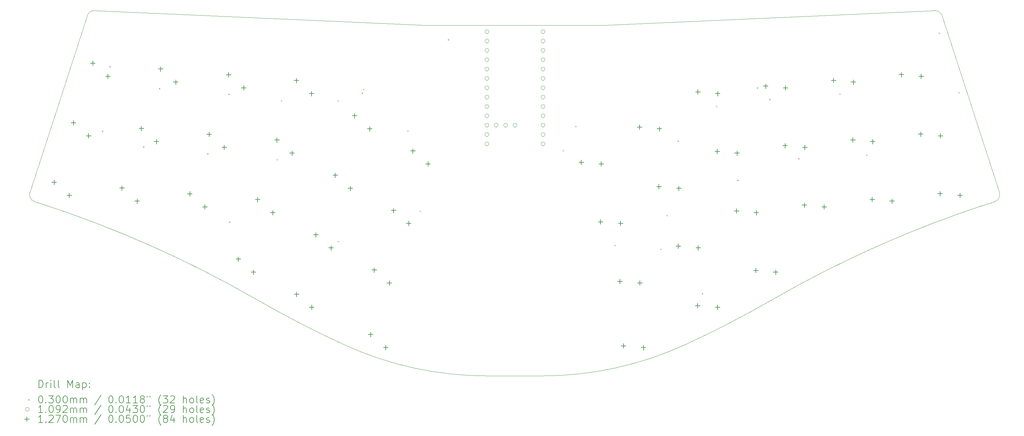
<source format=gbr>
%TF.GenerationSoftware,KiCad,Pcbnew,8.0.4*%
%TF.CreationDate,2024-08-25T16:08:26+07:00*%
%TF.ProjectId,ozprey,6f7a7072-6579-42e6-9b69-6361645f7063,1.0*%
%TF.SameCoordinates,Original*%
%TF.FileFunction,Drillmap*%
%TF.FilePolarity,Positive*%
%FSLAX45Y45*%
G04 Gerber Fmt 4.5, Leading zero omitted, Abs format (unit mm)*
G04 Created by KiCad (PCBNEW 8.0.4) date 2024-08-25 16:08:26*
%MOMM*%
%LPD*%
G01*
G04 APERTURE LIST*
%ADD10C,0.100000*%
%ADD11C,0.200000*%
%ADD12C,0.109220*%
%ADD13C,0.127000*%
G04 APERTURE END LIST*
D10*
X26237766Y-4884487D02*
X17268617Y-5282085D01*
X12412749Y-5282085D02*
X3444277Y-4884486D01*
X10196537Y-13955196D02*
G75*
G02*
X7834057Y-12733072I12267321J26608389D01*
G01*
X3237099Y-5021967D02*
X1677485Y-9822338D01*
X3237099Y-5021967D02*
G75*
G02*
X3444277Y-4884486I190208J-61791D01*
G01*
X21847986Y-12733071D02*
G75*
G02*
X19485507Y-13955195I-14629879J25386414D01*
G01*
X1805896Y-10074350D02*
X1991803Y-10134752D01*
X28004558Y-9822339D02*
X26444944Y-5021967D01*
X1991803Y-10134752D02*
G75*
G02*
X7834057Y-12733071I-9486547J-29197495D01*
G01*
X21847986Y-12733071D02*
G75*
G02*
X27690240Y-10134752I15328831J-26599236D01*
G01*
X14090252Y-14809547D02*
G75*
G02*
X10196537Y-13955196I-5J9299980D01*
G01*
X19485507Y-13955195D02*
G75*
G02*
X15591791Y-14809547I-3893710J8445618D01*
G01*
X12412749Y-5282085D02*
X17268617Y-5282085D01*
X26237766Y-4884487D02*
G75*
G02*
X26444941Y-5021968I16961J-199281D01*
G01*
X27690240Y-10134752D02*
X27876147Y-10074349D01*
X1805896Y-10074350D02*
G75*
G02*
X1677490Y-9822340I61811J190212D01*
G01*
X14090252Y-14809547D02*
X15591791Y-14809547D01*
X28004558Y-9822339D02*
G75*
G02*
X27876147Y-10074348I-190211J-61798D01*
G01*
D11*
D10*
X3635104Y-8144970D02*
X3665104Y-8174970D01*
X3665104Y-8144970D02*
X3635104Y-8174970D01*
X3835104Y-6394970D02*
X3865104Y-6424970D01*
X3865104Y-6394970D02*
X3835104Y-6424970D01*
X4752007Y-8571677D02*
X4782007Y-8601677D01*
X4782007Y-8571677D02*
X4752007Y-8601677D01*
X5182697Y-6987067D02*
X5212697Y-7017067D01*
X5212697Y-6987067D02*
X5182697Y-7017067D01*
X6493257Y-8760637D02*
X6523257Y-8790637D01*
X6523257Y-8760637D02*
X6493257Y-8790637D01*
X7066917Y-7144287D02*
X7096917Y-7174287D01*
X7096917Y-7144287D02*
X7066917Y-7174287D01*
X7085104Y-10615550D02*
X7115104Y-10645550D01*
X7115104Y-10615550D02*
X7085104Y-10645550D01*
X8378597Y-8917437D02*
X8408597Y-8947437D01*
X8408597Y-8917437D02*
X8378597Y-8947437D01*
X8491857Y-7320197D02*
X8521857Y-7350197D01*
X8521857Y-7320197D02*
X8491857Y-7350197D01*
X10033487Y-11141327D02*
X10063487Y-11171327D01*
X10063487Y-11141327D02*
X10033487Y-11171327D01*
X10035104Y-7320197D02*
X10065104Y-7350197D01*
X10065104Y-7320197D02*
X10035104Y-7350197D01*
X10686687Y-7115317D02*
X10716687Y-7145317D01*
X10716687Y-7115317D02*
X10686687Y-7145317D01*
X10724497Y-7005577D02*
X10754497Y-7035577D01*
X10754497Y-7005577D02*
X10724497Y-7035577D01*
X11924437Y-8137687D02*
X11954437Y-8167687D01*
X11954437Y-8137687D02*
X11924437Y-8167687D01*
X12259619Y-10319485D02*
X12289619Y-10349485D01*
X12289619Y-10319485D02*
X12259619Y-10349485D01*
X13027613Y-5662298D02*
X13057613Y-5692298D01*
X13057613Y-5662298D02*
X13027613Y-5692298D01*
X16145104Y-8673359D02*
X16175104Y-8703359D01*
X16175104Y-8673359D02*
X16145104Y-8703359D01*
X16485104Y-8014641D02*
X16515104Y-8044641D01*
X16515104Y-8014641D02*
X16485104Y-8044641D01*
X17550027Y-11243607D02*
X17580027Y-11273607D01*
X17580027Y-11243607D02*
X17550027Y-11273607D01*
X18797117Y-11352417D02*
X18827117Y-11382417D01*
X18827117Y-11352417D02*
X18797117Y-11382417D01*
X18961777Y-10431427D02*
X18991777Y-10461427D01*
X18991777Y-10431427D02*
X18961777Y-10461427D01*
X19262307Y-8419307D02*
X19292307Y-8449307D01*
X19292307Y-8419307D02*
X19262307Y-8449307D01*
X19922368Y-12557707D02*
X19952368Y-12587707D01*
X19952368Y-12557707D02*
X19922368Y-12587707D01*
X20309814Y-7469680D02*
X20339814Y-7499680D01*
X20339814Y-7469680D02*
X20309814Y-7499680D01*
X20885517Y-9478587D02*
X20915517Y-9508587D01*
X20915517Y-9478587D02*
X20885517Y-9508587D01*
X21412657Y-6969417D02*
X21442657Y-6999417D01*
X21442657Y-6969417D02*
X21412657Y-6999417D01*
X21753357Y-7281417D02*
X21783357Y-7311417D01*
X21783357Y-7281417D02*
X21753357Y-7311417D01*
X22539177Y-8893687D02*
X22569177Y-8923687D01*
X22569177Y-8893687D02*
X22539177Y-8923687D01*
X23657007Y-7134970D02*
X23687007Y-7164970D01*
X23687007Y-7134970D02*
X23657007Y-7164970D01*
X24385104Y-8794970D02*
X24415104Y-8824970D01*
X24415104Y-8794970D02*
X24385104Y-8824970D01*
X26355115Y-5480619D02*
X26385115Y-5510619D01*
X26385115Y-5480619D02*
X26355115Y-5510619D01*
X26885104Y-7094970D02*
X26915104Y-7124970D01*
X26915104Y-7094970D02*
X26885104Y-7124970D01*
D12*
X14142717Y-5458967D02*
G75*
G02*
X14033497Y-5458967I-54610J0D01*
G01*
X14033497Y-5458967D02*
G75*
G02*
X14142717Y-5458967I54610J0D01*
G01*
X14142717Y-5712967D02*
G75*
G02*
X14033497Y-5712967I-54610J0D01*
G01*
X14033497Y-5712967D02*
G75*
G02*
X14142717Y-5712967I54610J0D01*
G01*
X14142717Y-5966967D02*
G75*
G02*
X14033497Y-5966967I-54610J0D01*
G01*
X14033497Y-5966967D02*
G75*
G02*
X14142717Y-5966967I54610J0D01*
G01*
X14142717Y-6220967D02*
G75*
G02*
X14033497Y-6220967I-54610J0D01*
G01*
X14033497Y-6220967D02*
G75*
G02*
X14142717Y-6220967I54610J0D01*
G01*
X14142717Y-6474967D02*
G75*
G02*
X14033497Y-6474967I-54610J0D01*
G01*
X14033497Y-6474967D02*
G75*
G02*
X14142717Y-6474967I54610J0D01*
G01*
X14142717Y-6728967D02*
G75*
G02*
X14033497Y-6728967I-54610J0D01*
G01*
X14033497Y-6728967D02*
G75*
G02*
X14142717Y-6728967I54610J0D01*
G01*
X14142717Y-6982967D02*
G75*
G02*
X14033497Y-6982967I-54610J0D01*
G01*
X14033497Y-6982967D02*
G75*
G02*
X14142717Y-6982967I54610J0D01*
G01*
X14142717Y-7236967D02*
G75*
G02*
X14033497Y-7236967I-54610J0D01*
G01*
X14033497Y-7236967D02*
G75*
G02*
X14142717Y-7236967I54610J0D01*
G01*
X14142717Y-7490967D02*
G75*
G02*
X14033497Y-7490967I-54610J0D01*
G01*
X14033497Y-7490967D02*
G75*
G02*
X14142717Y-7490967I54610J0D01*
G01*
X14142717Y-7744967D02*
G75*
G02*
X14033497Y-7744967I-54610J0D01*
G01*
X14033497Y-7744967D02*
G75*
G02*
X14142717Y-7744967I54610J0D01*
G01*
X14142717Y-7998967D02*
G75*
G02*
X14033497Y-7998967I-54610J0D01*
G01*
X14033497Y-7998967D02*
G75*
G02*
X14142717Y-7998967I54610J0D01*
G01*
X14142717Y-8252967D02*
G75*
G02*
X14033497Y-8252967I-54610J0D01*
G01*
X14033497Y-8252967D02*
G75*
G02*
X14142717Y-8252967I54610J0D01*
G01*
X14142717Y-8506967D02*
G75*
G02*
X14033497Y-8506967I-54610J0D01*
G01*
X14033497Y-8506967D02*
G75*
G02*
X14142717Y-8506967I54610J0D01*
G01*
X14396717Y-7998967D02*
G75*
G02*
X14287497Y-7998967I-54610J0D01*
G01*
X14287497Y-7998967D02*
G75*
G02*
X14396717Y-7998967I54610J0D01*
G01*
X14650717Y-7998967D02*
G75*
G02*
X14541497Y-7998967I-54610J0D01*
G01*
X14541497Y-7998967D02*
G75*
G02*
X14650717Y-7998967I54610J0D01*
G01*
X14904717Y-7998967D02*
G75*
G02*
X14795497Y-7998967I-54610J0D01*
G01*
X14795497Y-7998967D02*
G75*
G02*
X14904717Y-7998967I54610J0D01*
G01*
X15666717Y-5458967D02*
G75*
G02*
X15557497Y-5458967I-54610J0D01*
G01*
X15557497Y-5458967D02*
G75*
G02*
X15666717Y-5458967I54610J0D01*
G01*
X15666717Y-5712967D02*
G75*
G02*
X15557497Y-5712967I-54610J0D01*
G01*
X15557497Y-5712967D02*
G75*
G02*
X15666717Y-5712967I54610J0D01*
G01*
X15666717Y-5966967D02*
G75*
G02*
X15557497Y-5966967I-54610J0D01*
G01*
X15557497Y-5966967D02*
G75*
G02*
X15666717Y-5966967I54610J0D01*
G01*
X15666717Y-6220967D02*
G75*
G02*
X15557497Y-6220967I-54610J0D01*
G01*
X15557497Y-6220967D02*
G75*
G02*
X15666717Y-6220967I54610J0D01*
G01*
X15666717Y-6474967D02*
G75*
G02*
X15557497Y-6474967I-54610J0D01*
G01*
X15557497Y-6474967D02*
G75*
G02*
X15666717Y-6474967I54610J0D01*
G01*
X15666717Y-6728967D02*
G75*
G02*
X15557497Y-6728967I-54610J0D01*
G01*
X15557497Y-6728967D02*
G75*
G02*
X15666717Y-6728967I54610J0D01*
G01*
X15666717Y-6982967D02*
G75*
G02*
X15557497Y-6982967I-54610J0D01*
G01*
X15557497Y-6982967D02*
G75*
G02*
X15666717Y-6982967I54610J0D01*
G01*
X15666717Y-7236967D02*
G75*
G02*
X15557497Y-7236967I-54610J0D01*
G01*
X15557497Y-7236967D02*
G75*
G02*
X15666717Y-7236967I54610J0D01*
G01*
X15666717Y-7490967D02*
G75*
G02*
X15557497Y-7490967I-54610J0D01*
G01*
X15557497Y-7490967D02*
G75*
G02*
X15666717Y-7490967I54610J0D01*
G01*
X15666717Y-7744967D02*
G75*
G02*
X15557497Y-7744967I-54610J0D01*
G01*
X15557497Y-7744967D02*
G75*
G02*
X15666717Y-7744967I54610J0D01*
G01*
X15666717Y-7998967D02*
G75*
G02*
X15557497Y-7998967I-54610J0D01*
G01*
X15557497Y-7998967D02*
G75*
G02*
X15666717Y-7998967I54610J0D01*
G01*
X15666717Y-8252967D02*
G75*
G02*
X15557497Y-8252967I-54610J0D01*
G01*
X15557497Y-8252967D02*
G75*
G02*
X15666717Y-8252967I54610J0D01*
G01*
X15666717Y-8506967D02*
G75*
G02*
X15557497Y-8506967I-54610J0D01*
G01*
X15557497Y-8506967D02*
G75*
G02*
X15666717Y-8506967I54610J0D01*
G01*
D13*
X2339433Y-9484970D02*
X2339433Y-9611970D01*
X2275933Y-9548470D02*
X2402933Y-9548470D01*
X2750067Y-9839200D02*
X2750067Y-9966200D01*
X2686567Y-9902700D02*
X2813567Y-9902700D01*
X2864763Y-7868170D02*
X2864763Y-7995170D01*
X2801263Y-7931670D02*
X2928263Y-7931670D01*
X3275397Y-8222400D02*
X3275397Y-8349400D01*
X3211897Y-8285900D02*
X3338897Y-8285900D01*
X3390093Y-6251370D02*
X3390093Y-6378370D01*
X3326593Y-6314870D02*
X3453593Y-6314870D01*
X3800727Y-6605600D02*
X3800727Y-6732600D01*
X3737227Y-6669100D02*
X3864227Y-6669100D01*
X4181123Y-9641750D02*
X4181123Y-9768750D01*
X4117623Y-9705250D02*
X4244623Y-9705250D01*
X4591757Y-9995980D02*
X4591757Y-10122980D01*
X4528257Y-10059480D02*
X4655257Y-10059480D01*
X4706453Y-8024960D02*
X4706453Y-8151960D01*
X4642953Y-8088460D02*
X4769953Y-8088460D01*
X5117087Y-8379190D02*
X5117087Y-8506190D01*
X5053587Y-8442690D02*
X5180587Y-8442690D01*
X5231783Y-6408160D02*
X5231783Y-6535160D01*
X5168283Y-6471660D02*
X5295283Y-6471660D01*
X5642417Y-6762390D02*
X5642417Y-6889390D01*
X5578917Y-6825890D02*
X5705917Y-6825890D01*
X6022813Y-9798540D02*
X6022813Y-9925540D01*
X5959313Y-9862040D02*
X6086313Y-9862040D01*
X6433447Y-10152770D02*
X6433447Y-10279770D01*
X6369947Y-10216270D02*
X6496947Y-10216270D01*
X6548143Y-8181740D02*
X6548143Y-8308740D01*
X6484643Y-8245240D02*
X6611643Y-8245240D01*
X6958777Y-8535970D02*
X6958777Y-8662970D01*
X6895277Y-8599470D02*
X7022277Y-8599470D01*
X7073473Y-6564950D02*
X7073473Y-6691950D01*
X7009973Y-6628450D02*
X7136973Y-6628450D01*
X7339173Y-11572120D02*
X7339173Y-11699120D01*
X7275673Y-11635620D02*
X7402673Y-11635620D01*
X7484107Y-6919180D02*
X7484107Y-7046180D01*
X7420607Y-6982680D02*
X7547607Y-6982680D01*
X7749807Y-11926350D02*
X7749807Y-12053350D01*
X7686307Y-11989850D02*
X7813307Y-11989850D01*
X7864503Y-9955330D02*
X7864503Y-10082330D01*
X7801003Y-10018830D02*
X7928003Y-10018830D01*
X8275137Y-10309560D02*
X8275137Y-10436560D01*
X8211637Y-10373060D02*
X8338637Y-10373060D01*
X8389833Y-8338530D02*
X8389833Y-8465530D01*
X8326333Y-8402030D02*
X8453333Y-8402030D01*
X8800467Y-8692760D02*
X8800467Y-8819760D01*
X8736967Y-8756260D02*
X8863967Y-8756260D01*
X8915163Y-6721740D02*
X8915163Y-6848740D01*
X8851663Y-6785240D02*
X8978663Y-6785240D01*
X8921293Y-12527800D02*
X8921293Y-12654800D01*
X8857793Y-12591300D02*
X8984793Y-12591300D01*
X9325797Y-7075970D02*
X9325797Y-7202970D01*
X9262297Y-7139470D02*
X9389297Y-7139470D01*
X9331927Y-12882030D02*
X9331927Y-13009030D01*
X9268427Y-12945530D02*
X9395427Y-12945530D01*
X9446613Y-10911000D02*
X9446613Y-11038000D01*
X9383113Y-10974500D02*
X9510113Y-10974500D01*
X9857247Y-11265230D02*
X9857247Y-11392230D01*
X9793747Y-11328730D02*
X9920747Y-11328730D01*
X9971943Y-9294210D02*
X9971943Y-9421210D01*
X9908443Y-9357710D02*
X10035443Y-9357710D01*
X10382577Y-9648440D02*
X10382577Y-9775440D01*
X10319077Y-9711940D02*
X10446077Y-9711940D01*
X10497273Y-7677410D02*
X10497273Y-7804410D01*
X10433773Y-7740910D02*
X10560773Y-7740910D01*
X10907907Y-8031640D02*
X10907907Y-8158640D01*
X10844407Y-8095140D02*
X10971407Y-8095140D01*
X10931383Y-13622530D02*
X10931383Y-13749530D01*
X10867883Y-13686030D02*
X10994883Y-13686030D01*
X11028733Y-11866680D02*
X11028733Y-11993680D01*
X10965233Y-11930180D02*
X11092233Y-11930180D01*
X11342017Y-13976760D02*
X11342017Y-14103760D01*
X11278517Y-14040260D02*
X11405517Y-14040260D01*
X11439367Y-12220910D02*
X11439367Y-12347910D01*
X11375867Y-12284410D02*
X11502867Y-12284410D01*
X11554063Y-10249880D02*
X11554063Y-10376880D01*
X11490563Y-10313380D02*
X11617563Y-10313380D01*
X11964697Y-10604110D02*
X11964697Y-10731110D01*
X11901197Y-10667610D02*
X12028197Y-10667610D01*
X12079393Y-8633080D02*
X12079393Y-8760080D01*
X12015893Y-8696580D02*
X12142893Y-8696580D01*
X12490027Y-8987310D02*
X12490027Y-9114310D01*
X12426527Y-9050810D02*
X12553527Y-9050810D01*
X16651606Y-8942097D02*
X16651606Y-9069097D01*
X16588106Y-9005597D02*
X16715106Y-9005597D01*
X17176936Y-10558897D02*
X17176936Y-10685897D01*
X17113436Y-10622397D02*
X17240436Y-10622397D01*
X17192027Y-8987310D02*
X17192027Y-9114310D01*
X17128527Y-9050810D02*
X17255527Y-9050810D01*
X17702266Y-12175697D02*
X17702266Y-12302697D01*
X17638766Y-12239197D02*
X17765766Y-12239197D01*
X17717357Y-10604110D02*
X17717357Y-10731110D01*
X17653857Y-10667610D02*
X17780857Y-10667610D01*
X17799616Y-13931547D02*
X17799616Y-14058547D01*
X17736116Y-13995047D02*
X17863116Y-13995047D01*
X18233716Y-7986427D02*
X18233716Y-8113427D01*
X18170216Y-8049927D02*
X18297216Y-8049927D01*
X18242687Y-12220910D02*
X18242687Y-12347910D01*
X18179187Y-12284410D02*
X18306187Y-12284410D01*
X18340037Y-13976760D02*
X18340037Y-14103760D01*
X18276537Y-14040260D02*
X18403537Y-14040260D01*
X18759046Y-9603227D02*
X18759046Y-9730227D01*
X18695546Y-9666727D02*
X18822546Y-9666727D01*
X18774137Y-8031640D02*
X18774137Y-8158640D01*
X18710637Y-8095140D02*
X18837637Y-8095140D01*
X19284376Y-11220017D02*
X19284376Y-11347017D01*
X19220876Y-11283517D02*
X19347876Y-11283517D01*
X19299467Y-9648440D02*
X19299467Y-9775440D01*
X19235967Y-9711940D02*
X19362967Y-9711940D01*
X19809706Y-12836817D02*
X19809706Y-12963817D01*
X19746206Y-12900317D02*
X19873206Y-12900317D01*
X19815836Y-7030757D02*
X19815836Y-7157757D01*
X19752336Y-7094257D02*
X19879336Y-7094257D01*
X19824797Y-11265230D02*
X19824797Y-11392230D01*
X19761297Y-11328730D02*
X19888297Y-11328730D01*
X20341166Y-8647547D02*
X20341166Y-8774547D01*
X20277666Y-8711047D02*
X20404666Y-8711047D01*
X20350127Y-12882030D02*
X20350127Y-13009030D01*
X20286627Y-12945530D02*
X20413627Y-12945530D01*
X20356257Y-7075970D02*
X20356257Y-7202970D01*
X20292757Y-7139470D02*
X20419757Y-7139470D01*
X20866486Y-10264347D02*
X20866486Y-10391347D01*
X20802986Y-10327847D02*
X20929986Y-10327847D01*
X20881587Y-8692760D02*
X20881587Y-8819760D01*
X20818087Y-8756260D02*
X20945087Y-8756260D01*
X21391816Y-11881137D02*
X21391816Y-12008137D01*
X21328316Y-11944637D02*
X21455316Y-11944637D01*
X21406907Y-10309560D02*
X21406907Y-10436560D01*
X21343407Y-10373060D02*
X21470407Y-10373060D01*
X21657526Y-6873967D02*
X21657526Y-7000967D01*
X21594026Y-6937467D02*
X21721026Y-6937467D01*
X21932237Y-11926350D02*
X21932237Y-12053350D01*
X21868737Y-11989850D02*
X21995737Y-11989850D01*
X22182846Y-8490757D02*
X22182846Y-8617757D01*
X22119346Y-8554257D02*
X22246346Y-8554257D01*
X22197947Y-6919180D02*
X22197947Y-7046180D01*
X22134447Y-6982680D02*
X22261447Y-6982680D01*
X22708176Y-10107557D02*
X22708176Y-10234557D01*
X22644676Y-10171057D02*
X22771676Y-10171057D01*
X22723267Y-8535970D02*
X22723267Y-8662970D01*
X22659767Y-8599470D02*
X22786767Y-8599470D01*
X23248597Y-10152770D02*
X23248597Y-10279770D01*
X23185097Y-10216270D02*
X23312097Y-10216270D01*
X23499206Y-6717177D02*
X23499206Y-6844177D01*
X23435706Y-6780677D02*
X23562706Y-6780677D01*
X24024536Y-8333977D02*
X24024536Y-8460977D01*
X23961036Y-8397477D02*
X24088036Y-8397477D01*
X24039627Y-6762390D02*
X24039627Y-6889390D01*
X23976127Y-6825890D02*
X24103127Y-6825890D01*
X24549866Y-9950767D02*
X24549866Y-10077767D01*
X24486366Y-10014267D02*
X24613366Y-10014267D01*
X24564957Y-8379190D02*
X24564957Y-8506190D01*
X24501457Y-8442690D02*
X24628457Y-8442690D01*
X25090287Y-9995980D02*
X25090287Y-10122980D01*
X25026787Y-10059480D02*
X25153787Y-10059480D01*
X25340896Y-6560387D02*
X25340896Y-6687387D01*
X25277396Y-6623887D02*
X25404396Y-6623887D01*
X25866226Y-8177187D02*
X25866226Y-8304187D01*
X25802726Y-8240687D02*
X25929726Y-8240687D01*
X25881317Y-6605600D02*
X25881317Y-6732600D01*
X25817817Y-6669100D02*
X25944817Y-6669100D01*
X26391556Y-9793987D02*
X26391556Y-9920987D01*
X26328056Y-9857487D02*
X26455056Y-9857487D01*
X26406647Y-8222400D02*
X26406647Y-8349400D01*
X26343147Y-8285900D02*
X26470147Y-8285900D01*
X26931977Y-9839200D02*
X26931977Y-9966200D01*
X26868477Y-9902700D02*
X26995477Y-9902700D01*
D11*
X1923481Y-15126031D02*
X1923481Y-14926031D01*
X1923481Y-14926031D02*
X1971100Y-14926031D01*
X1971100Y-14926031D02*
X1999671Y-14935555D01*
X1999671Y-14935555D02*
X2018719Y-14954602D01*
X2018719Y-14954602D02*
X2028243Y-14973650D01*
X2028243Y-14973650D02*
X2037766Y-15011745D01*
X2037766Y-15011745D02*
X2037766Y-15040317D01*
X2037766Y-15040317D02*
X2028243Y-15078412D01*
X2028243Y-15078412D02*
X2018719Y-15097459D01*
X2018719Y-15097459D02*
X1999671Y-15116507D01*
X1999671Y-15116507D02*
X1971100Y-15126031D01*
X1971100Y-15126031D02*
X1923481Y-15126031D01*
X2123481Y-15126031D02*
X2123481Y-14992698D01*
X2123481Y-15030793D02*
X2133005Y-15011745D01*
X2133005Y-15011745D02*
X2142528Y-15002221D01*
X2142528Y-15002221D02*
X2161576Y-14992698D01*
X2161576Y-14992698D02*
X2180624Y-14992698D01*
X2247290Y-15126031D02*
X2247290Y-14992698D01*
X2247290Y-14926031D02*
X2237767Y-14935555D01*
X2237767Y-14935555D02*
X2247290Y-14945079D01*
X2247290Y-14945079D02*
X2256814Y-14935555D01*
X2256814Y-14935555D02*
X2247290Y-14926031D01*
X2247290Y-14926031D02*
X2247290Y-14945079D01*
X2371100Y-15126031D02*
X2352052Y-15116507D01*
X2352052Y-15116507D02*
X2342528Y-15097459D01*
X2342528Y-15097459D02*
X2342528Y-14926031D01*
X2475862Y-15126031D02*
X2456814Y-15116507D01*
X2456814Y-15116507D02*
X2447290Y-15097459D01*
X2447290Y-15097459D02*
X2447290Y-14926031D01*
X2704433Y-15126031D02*
X2704433Y-14926031D01*
X2704433Y-14926031D02*
X2771100Y-15068888D01*
X2771100Y-15068888D02*
X2837766Y-14926031D01*
X2837766Y-14926031D02*
X2837766Y-15126031D01*
X3018719Y-15126031D02*
X3018719Y-15021269D01*
X3018719Y-15021269D02*
X3009195Y-15002221D01*
X3009195Y-15002221D02*
X2990147Y-14992698D01*
X2990147Y-14992698D02*
X2952052Y-14992698D01*
X2952052Y-14992698D02*
X2933005Y-15002221D01*
X3018719Y-15116507D02*
X2999671Y-15126031D01*
X2999671Y-15126031D02*
X2952052Y-15126031D01*
X2952052Y-15126031D02*
X2933005Y-15116507D01*
X2933005Y-15116507D02*
X2923481Y-15097459D01*
X2923481Y-15097459D02*
X2923481Y-15078412D01*
X2923481Y-15078412D02*
X2933005Y-15059364D01*
X2933005Y-15059364D02*
X2952052Y-15049840D01*
X2952052Y-15049840D02*
X2999671Y-15049840D01*
X2999671Y-15049840D02*
X3018719Y-15040317D01*
X3113957Y-14992698D02*
X3113957Y-15192698D01*
X3113957Y-15002221D02*
X3133005Y-14992698D01*
X3133005Y-14992698D02*
X3171100Y-14992698D01*
X3171100Y-14992698D02*
X3190147Y-15002221D01*
X3190147Y-15002221D02*
X3199671Y-15011745D01*
X3199671Y-15011745D02*
X3209195Y-15030793D01*
X3209195Y-15030793D02*
X3209195Y-15087936D01*
X3209195Y-15087936D02*
X3199671Y-15106983D01*
X3199671Y-15106983D02*
X3190147Y-15116507D01*
X3190147Y-15116507D02*
X3171100Y-15126031D01*
X3171100Y-15126031D02*
X3133005Y-15126031D01*
X3133005Y-15126031D02*
X3113957Y-15116507D01*
X3294909Y-15106983D02*
X3304433Y-15116507D01*
X3304433Y-15116507D02*
X3294909Y-15126031D01*
X3294909Y-15126031D02*
X3285386Y-15116507D01*
X3285386Y-15116507D02*
X3294909Y-15106983D01*
X3294909Y-15106983D02*
X3294909Y-15126031D01*
X3294909Y-15002221D02*
X3304433Y-15011745D01*
X3304433Y-15011745D02*
X3294909Y-15021269D01*
X3294909Y-15021269D02*
X3285386Y-15011745D01*
X3285386Y-15011745D02*
X3294909Y-15002221D01*
X3294909Y-15002221D02*
X3294909Y-15021269D01*
D10*
X1632704Y-15439547D02*
X1662704Y-15469547D01*
X1662704Y-15439547D02*
X1632704Y-15469547D01*
D11*
X1961576Y-15346031D02*
X1980624Y-15346031D01*
X1980624Y-15346031D02*
X1999671Y-15355555D01*
X1999671Y-15355555D02*
X2009195Y-15365079D01*
X2009195Y-15365079D02*
X2018719Y-15384126D01*
X2018719Y-15384126D02*
X2028243Y-15422221D01*
X2028243Y-15422221D02*
X2028243Y-15469840D01*
X2028243Y-15469840D02*
X2018719Y-15507936D01*
X2018719Y-15507936D02*
X2009195Y-15526983D01*
X2009195Y-15526983D02*
X1999671Y-15536507D01*
X1999671Y-15536507D02*
X1980624Y-15546031D01*
X1980624Y-15546031D02*
X1961576Y-15546031D01*
X1961576Y-15546031D02*
X1942528Y-15536507D01*
X1942528Y-15536507D02*
X1933005Y-15526983D01*
X1933005Y-15526983D02*
X1923481Y-15507936D01*
X1923481Y-15507936D02*
X1913957Y-15469840D01*
X1913957Y-15469840D02*
X1913957Y-15422221D01*
X1913957Y-15422221D02*
X1923481Y-15384126D01*
X1923481Y-15384126D02*
X1933005Y-15365079D01*
X1933005Y-15365079D02*
X1942528Y-15355555D01*
X1942528Y-15355555D02*
X1961576Y-15346031D01*
X2113957Y-15526983D02*
X2123481Y-15536507D01*
X2123481Y-15536507D02*
X2113957Y-15546031D01*
X2113957Y-15546031D02*
X2104433Y-15536507D01*
X2104433Y-15536507D02*
X2113957Y-15526983D01*
X2113957Y-15526983D02*
X2113957Y-15546031D01*
X2190148Y-15346031D02*
X2313957Y-15346031D01*
X2313957Y-15346031D02*
X2247290Y-15422221D01*
X2247290Y-15422221D02*
X2275862Y-15422221D01*
X2275862Y-15422221D02*
X2294909Y-15431745D01*
X2294909Y-15431745D02*
X2304433Y-15441269D01*
X2304433Y-15441269D02*
X2313957Y-15460317D01*
X2313957Y-15460317D02*
X2313957Y-15507936D01*
X2313957Y-15507936D02*
X2304433Y-15526983D01*
X2304433Y-15526983D02*
X2294909Y-15536507D01*
X2294909Y-15536507D02*
X2275862Y-15546031D01*
X2275862Y-15546031D02*
X2218719Y-15546031D01*
X2218719Y-15546031D02*
X2199671Y-15536507D01*
X2199671Y-15536507D02*
X2190148Y-15526983D01*
X2437767Y-15346031D02*
X2456814Y-15346031D01*
X2456814Y-15346031D02*
X2475862Y-15355555D01*
X2475862Y-15355555D02*
X2485386Y-15365079D01*
X2485386Y-15365079D02*
X2494909Y-15384126D01*
X2494909Y-15384126D02*
X2504433Y-15422221D01*
X2504433Y-15422221D02*
X2504433Y-15469840D01*
X2504433Y-15469840D02*
X2494909Y-15507936D01*
X2494909Y-15507936D02*
X2485386Y-15526983D01*
X2485386Y-15526983D02*
X2475862Y-15536507D01*
X2475862Y-15536507D02*
X2456814Y-15546031D01*
X2456814Y-15546031D02*
X2437767Y-15546031D01*
X2437767Y-15546031D02*
X2418719Y-15536507D01*
X2418719Y-15536507D02*
X2409195Y-15526983D01*
X2409195Y-15526983D02*
X2399671Y-15507936D01*
X2399671Y-15507936D02*
X2390148Y-15469840D01*
X2390148Y-15469840D02*
X2390148Y-15422221D01*
X2390148Y-15422221D02*
X2399671Y-15384126D01*
X2399671Y-15384126D02*
X2409195Y-15365079D01*
X2409195Y-15365079D02*
X2418719Y-15355555D01*
X2418719Y-15355555D02*
X2437767Y-15346031D01*
X2628243Y-15346031D02*
X2647290Y-15346031D01*
X2647290Y-15346031D02*
X2666338Y-15355555D01*
X2666338Y-15355555D02*
X2675862Y-15365079D01*
X2675862Y-15365079D02*
X2685386Y-15384126D01*
X2685386Y-15384126D02*
X2694909Y-15422221D01*
X2694909Y-15422221D02*
X2694909Y-15469840D01*
X2694909Y-15469840D02*
X2685386Y-15507936D01*
X2685386Y-15507936D02*
X2675862Y-15526983D01*
X2675862Y-15526983D02*
X2666338Y-15536507D01*
X2666338Y-15536507D02*
X2647290Y-15546031D01*
X2647290Y-15546031D02*
X2628243Y-15546031D01*
X2628243Y-15546031D02*
X2609195Y-15536507D01*
X2609195Y-15536507D02*
X2599671Y-15526983D01*
X2599671Y-15526983D02*
X2590148Y-15507936D01*
X2590148Y-15507936D02*
X2580624Y-15469840D01*
X2580624Y-15469840D02*
X2580624Y-15422221D01*
X2580624Y-15422221D02*
X2590148Y-15384126D01*
X2590148Y-15384126D02*
X2599671Y-15365079D01*
X2599671Y-15365079D02*
X2609195Y-15355555D01*
X2609195Y-15355555D02*
X2628243Y-15346031D01*
X2780624Y-15546031D02*
X2780624Y-15412698D01*
X2780624Y-15431745D02*
X2790148Y-15422221D01*
X2790148Y-15422221D02*
X2809195Y-15412698D01*
X2809195Y-15412698D02*
X2837767Y-15412698D01*
X2837767Y-15412698D02*
X2856814Y-15422221D01*
X2856814Y-15422221D02*
X2866338Y-15441269D01*
X2866338Y-15441269D02*
X2866338Y-15546031D01*
X2866338Y-15441269D02*
X2875862Y-15422221D01*
X2875862Y-15422221D02*
X2894909Y-15412698D01*
X2894909Y-15412698D02*
X2923481Y-15412698D01*
X2923481Y-15412698D02*
X2942528Y-15422221D01*
X2942528Y-15422221D02*
X2952052Y-15441269D01*
X2952052Y-15441269D02*
X2952052Y-15546031D01*
X3047290Y-15546031D02*
X3047290Y-15412698D01*
X3047290Y-15431745D02*
X3056814Y-15422221D01*
X3056814Y-15422221D02*
X3075862Y-15412698D01*
X3075862Y-15412698D02*
X3104433Y-15412698D01*
X3104433Y-15412698D02*
X3123481Y-15422221D01*
X3123481Y-15422221D02*
X3133005Y-15441269D01*
X3133005Y-15441269D02*
X3133005Y-15546031D01*
X3133005Y-15441269D02*
X3142528Y-15422221D01*
X3142528Y-15422221D02*
X3161576Y-15412698D01*
X3161576Y-15412698D02*
X3190147Y-15412698D01*
X3190147Y-15412698D02*
X3209195Y-15422221D01*
X3209195Y-15422221D02*
X3218719Y-15441269D01*
X3218719Y-15441269D02*
X3218719Y-15546031D01*
X3609195Y-15336507D02*
X3437767Y-15593650D01*
X3866338Y-15346031D02*
X3885386Y-15346031D01*
X3885386Y-15346031D02*
X3904433Y-15355555D01*
X3904433Y-15355555D02*
X3913957Y-15365079D01*
X3913957Y-15365079D02*
X3923481Y-15384126D01*
X3923481Y-15384126D02*
X3933005Y-15422221D01*
X3933005Y-15422221D02*
X3933005Y-15469840D01*
X3933005Y-15469840D02*
X3923481Y-15507936D01*
X3923481Y-15507936D02*
X3913957Y-15526983D01*
X3913957Y-15526983D02*
X3904433Y-15536507D01*
X3904433Y-15536507D02*
X3885386Y-15546031D01*
X3885386Y-15546031D02*
X3866338Y-15546031D01*
X3866338Y-15546031D02*
X3847290Y-15536507D01*
X3847290Y-15536507D02*
X3837767Y-15526983D01*
X3837767Y-15526983D02*
X3828243Y-15507936D01*
X3828243Y-15507936D02*
X3818719Y-15469840D01*
X3818719Y-15469840D02*
X3818719Y-15422221D01*
X3818719Y-15422221D02*
X3828243Y-15384126D01*
X3828243Y-15384126D02*
X3837767Y-15365079D01*
X3837767Y-15365079D02*
X3847290Y-15355555D01*
X3847290Y-15355555D02*
X3866338Y-15346031D01*
X4018719Y-15526983D02*
X4028243Y-15536507D01*
X4028243Y-15536507D02*
X4018719Y-15546031D01*
X4018719Y-15546031D02*
X4009195Y-15536507D01*
X4009195Y-15536507D02*
X4018719Y-15526983D01*
X4018719Y-15526983D02*
X4018719Y-15546031D01*
X4152052Y-15346031D02*
X4171100Y-15346031D01*
X4171100Y-15346031D02*
X4190148Y-15355555D01*
X4190148Y-15355555D02*
X4199672Y-15365079D01*
X4199672Y-15365079D02*
X4209195Y-15384126D01*
X4209195Y-15384126D02*
X4218719Y-15422221D01*
X4218719Y-15422221D02*
X4218719Y-15469840D01*
X4218719Y-15469840D02*
X4209195Y-15507936D01*
X4209195Y-15507936D02*
X4199672Y-15526983D01*
X4199672Y-15526983D02*
X4190148Y-15536507D01*
X4190148Y-15536507D02*
X4171100Y-15546031D01*
X4171100Y-15546031D02*
X4152052Y-15546031D01*
X4152052Y-15546031D02*
X4133005Y-15536507D01*
X4133005Y-15536507D02*
X4123481Y-15526983D01*
X4123481Y-15526983D02*
X4113957Y-15507936D01*
X4113957Y-15507936D02*
X4104433Y-15469840D01*
X4104433Y-15469840D02*
X4104433Y-15422221D01*
X4104433Y-15422221D02*
X4113957Y-15384126D01*
X4113957Y-15384126D02*
X4123481Y-15365079D01*
X4123481Y-15365079D02*
X4133005Y-15355555D01*
X4133005Y-15355555D02*
X4152052Y-15346031D01*
X4409195Y-15546031D02*
X4294910Y-15546031D01*
X4352052Y-15546031D02*
X4352052Y-15346031D01*
X4352052Y-15346031D02*
X4333005Y-15374602D01*
X4333005Y-15374602D02*
X4313957Y-15393650D01*
X4313957Y-15393650D02*
X4294910Y-15403174D01*
X4599672Y-15546031D02*
X4485386Y-15546031D01*
X4542529Y-15546031D02*
X4542529Y-15346031D01*
X4542529Y-15346031D02*
X4523481Y-15374602D01*
X4523481Y-15374602D02*
X4504433Y-15393650D01*
X4504433Y-15393650D02*
X4485386Y-15403174D01*
X4713957Y-15431745D02*
X4694910Y-15422221D01*
X4694910Y-15422221D02*
X4685386Y-15412698D01*
X4685386Y-15412698D02*
X4675862Y-15393650D01*
X4675862Y-15393650D02*
X4675862Y-15384126D01*
X4675862Y-15384126D02*
X4685386Y-15365079D01*
X4685386Y-15365079D02*
X4694910Y-15355555D01*
X4694910Y-15355555D02*
X4713957Y-15346031D01*
X4713957Y-15346031D02*
X4752053Y-15346031D01*
X4752053Y-15346031D02*
X4771100Y-15355555D01*
X4771100Y-15355555D02*
X4780624Y-15365079D01*
X4780624Y-15365079D02*
X4790148Y-15384126D01*
X4790148Y-15384126D02*
X4790148Y-15393650D01*
X4790148Y-15393650D02*
X4780624Y-15412698D01*
X4780624Y-15412698D02*
X4771100Y-15422221D01*
X4771100Y-15422221D02*
X4752053Y-15431745D01*
X4752053Y-15431745D02*
X4713957Y-15431745D01*
X4713957Y-15431745D02*
X4694910Y-15441269D01*
X4694910Y-15441269D02*
X4685386Y-15450793D01*
X4685386Y-15450793D02*
X4675862Y-15469840D01*
X4675862Y-15469840D02*
X4675862Y-15507936D01*
X4675862Y-15507936D02*
X4685386Y-15526983D01*
X4685386Y-15526983D02*
X4694910Y-15536507D01*
X4694910Y-15536507D02*
X4713957Y-15546031D01*
X4713957Y-15546031D02*
X4752053Y-15546031D01*
X4752053Y-15546031D02*
X4771100Y-15536507D01*
X4771100Y-15536507D02*
X4780624Y-15526983D01*
X4780624Y-15526983D02*
X4790148Y-15507936D01*
X4790148Y-15507936D02*
X4790148Y-15469840D01*
X4790148Y-15469840D02*
X4780624Y-15450793D01*
X4780624Y-15450793D02*
X4771100Y-15441269D01*
X4771100Y-15441269D02*
X4752053Y-15431745D01*
X4866338Y-15346031D02*
X4866338Y-15384126D01*
X4942529Y-15346031D02*
X4942529Y-15384126D01*
X5237767Y-15622221D02*
X5228243Y-15612698D01*
X5228243Y-15612698D02*
X5209195Y-15584126D01*
X5209195Y-15584126D02*
X5199672Y-15565079D01*
X5199672Y-15565079D02*
X5190148Y-15536507D01*
X5190148Y-15536507D02*
X5180624Y-15488888D01*
X5180624Y-15488888D02*
X5180624Y-15450793D01*
X5180624Y-15450793D02*
X5190148Y-15403174D01*
X5190148Y-15403174D02*
X5199672Y-15374602D01*
X5199672Y-15374602D02*
X5209195Y-15355555D01*
X5209195Y-15355555D02*
X5228243Y-15326983D01*
X5228243Y-15326983D02*
X5237767Y-15317459D01*
X5294910Y-15346031D02*
X5418719Y-15346031D01*
X5418719Y-15346031D02*
X5352053Y-15422221D01*
X5352053Y-15422221D02*
X5380624Y-15422221D01*
X5380624Y-15422221D02*
X5399672Y-15431745D01*
X5399672Y-15431745D02*
X5409195Y-15441269D01*
X5409195Y-15441269D02*
X5418719Y-15460317D01*
X5418719Y-15460317D02*
X5418719Y-15507936D01*
X5418719Y-15507936D02*
X5409195Y-15526983D01*
X5409195Y-15526983D02*
X5399672Y-15536507D01*
X5399672Y-15536507D02*
X5380624Y-15546031D01*
X5380624Y-15546031D02*
X5323481Y-15546031D01*
X5323481Y-15546031D02*
X5304434Y-15536507D01*
X5304434Y-15536507D02*
X5294910Y-15526983D01*
X5494910Y-15365079D02*
X5504434Y-15355555D01*
X5504434Y-15355555D02*
X5523481Y-15346031D01*
X5523481Y-15346031D02*
X5571100Y-15346031D01*
X5571100Y-15346031D02*
X5590148Y-15355555D01*
X5590148Y-15355555D02*
X5599672Y-15365079D01*
X5599672Y-15365079D02*
X5609195Y-15384126D01*
X5609195Y-15384126D02*
X5609195Y-15403174D01*
X5609195Y-15403174D02*
X5599672Y-15431745D01*
X5599672Y-15431745D02*
X5485386Y-15546031D01*
X5485386Y-15546031D02*
X5609195Y-15546031D01*
X5847291Y-15546031D02*
X5847291Y-15346031D01*
X5933005Y-15546031D02*
X5933005Y-15441269D01*
X5933005Y-15441269D02*
X5923481Y-15422221D01*
X5923481Y-15422221D02*
X5904434Y-15412698D01*
X5904434Y-15412698D02*
X5875862Y-15412698D01*
X5875862Y-15412698D02*
X5856814Y-15422221D01*
X5856814Y-15422221D02*
X5847291Y-15431745D01*
X6056814Y-15546031D02*
X6037767Y-15536507D01*
X6037767Y-15536507D02*
X6028243Y-15526983D01*
X6028243Y-15526983D02*
X6018719Y-15507936D01*
X6018719Y-15507936D02*
X6018719Y-15450793D01*
X6018719Y-15450793D02*
X6028243Y-15431745D01*
X6028243Y-15431745D02*
X6037767Y-15422221D01*
X6037767Y-15422221D02*
X6056814Y-15412698D01*
X6056814Y-15412698D02*
X6085386Y-15412698D01*
X6085386Y-15412698D02*
X6104434Y-15422221D01*
X6104434Y-15422221D02*
X6113957Y-15431745D01*
X6113957Y-15431745D02*
X6123481Y-15450793D01*
X6123481Y-15450793D02*
X6123481Y-15507936D01*
X6123481Y-15507936D02*
X6113957Y-15526983D01*
X6113957Y-15526983D02*
X6104434Y-15536507D01*
X6104434Y-15536507D02*
X6085386Y-15546031D01*
X6085386Y-15546031D02*
X6056814Y-15546031D01*
X6237767Y-15546031D02*
X6218719Y-15536507D01*
X6218719Y-15536507D02*
X6209195Y-15517459D01*
X6209195Y-15517459D02*
X6209195Y-15346031D01*
X6390148Y-15536507D02*
X6371100Y-15546031D01*
X6371100Y-15546031D02*
X6333005Y-15546031D01*
X6333005Y-15546031D02*
X6313957Y-15536507D01*
X6313957Y-15536507D02*
X6304434Y-15517459D01*
X6304434Y-15517459D02*
X6304434Y-15441269D01*
X6304434Y-15441269D02*
X6313957Y-15422221D01*
X6313957Y-15422221D02*
X6333005Y-15412698D01*
X6333005Y-15412698D02*
X6371100Y-15412698D01*
X6371100Y-15412698D02*
X6390148Y-15422221D01*
X6390148Y-15422221D02*
X6399672Y-15441269D01*
X6399672Y-15441269D02*
X6399672Y-15460317D01*
X6399672Y-15460317D02*
X6304434Y-15479364D01*
X6475862Y-15536507D02*
X6494910Y-15546031D01*
X6494910Y-15546031D02*
X6533005Y-15546031D01*
X6533005Y-15546031D02*
X6552053Y-15536507D01*
X6552053Y-15536507D02*
X6561576Y-15517459D01*
X6561576Y-15517459D02*
X6561576Y-15507936D01*
X6561576Y-15507936D02*
X6552053Y-15488888D01*
X6552053Y-15488888D02*
X6533005Y-15479364D01*
X6533005Y-15479364D02*
X6504434Y-15479364D01*
X6504434Y-15479364D02*
X6485386Y-15469840D01*
X6485386Y-15469840D02*
X6475862Y-15450793D01*
X6475862Y-15450793D02*
X6475862Y-15441269D01*
X6475862Y-15441269D02*
X6485386Y-15422221D01*
X6485386Y-15422221D02*
X6504434Y-15412698D01*
X6504434Y-15412698D02*
X6533005Y-15412698D01*
X6533005Y-15412698D02*
X6552053Y-15422221D01*
X6628243Y-15622221D02*
X6637767Y-15612698D01*
X6637767Y-15612698D02*
X6656815Y-15584126D01*
X6656815Y-15584126D02*
X6666338Y-15565079D01*
X6666338Y-15565079D02*
X6675862Y-15536507D01*
X6675862Y-15536507D02*
X6685386Y-15488888D01*
X6685386Y-15488888D02*
X6685386Y-15450793D01*
X6685386Y-15450793D02*
X6675862Y-15403174D01*
X6675862Y-15403174D02*
X6666338Y-15374602D01*
X6666338Y-15374602D02*
X6656815Y-15355555D01*
X6656815Y-15355555D02*
X6637767Y-15326983D01*
X6637767Y-15326983D02*
X6628243Y-15317459D01*
D12*
X1662704Y-15718547D02*
G75*
G02*
X1553484Y-15718547I-54610J0D01*
G01*
X1553484Y-15718547D02*
G75*
G02*
X1662704Y-15718547I54610J0D01*
G01*
D11*
X2028243Y-15810031D02*
X1913957Y-15810031D01*
X1971100Y-15810031D02*
X1971100Y-15610031D01*
X1971100Y-15610031D02*
X1952052Y-15638602D01*
X1952052Y-15638602D02*
X1933005Y-15657650D01*
X1933005Y-15657650D02*
X1913957Y-15667174D01*
X2113957Y-15790983D02*
X2123481Y-15800507D01*
X2123481Y-15800507D02*
X2113957Y-15810031D01*
X2113957Y-15810031D02*
X2104433Y-15800507D01*
X2104433Y-15800507D02*
X2113957Y-15790983D01*
X2113957Y-15790983D02*
X2113957Y-15810031D01*
X2247290Y-15610031D02*
X2266338Y-15610031D01*
X2266338Y-15610031D02*
X2285386Y-15619555D01*
X2285386Y-15619555D02*
X2294909Y-15629079D01*
X2294909Y-15629079D02*
X2304433Y-15648126D01*
X2304433Y-15648126D02*
X2313957Y-15686221D01*
X2313957Y-15686221D02*
X2313957Y-15733840D01*
X2313957Y-15733840D02*
X2304433Y-15771936D01*
X2304433Y-15771936D02*
X2294909Y-15790983D01*
X2294909Y-15790983D02*
X2285386Y-15800507D01*
X2285386Y-15800507D02*
X2266338Y-15810031D01*
X2266338Y-15810031D02*
X2247290Y-15810031D01*
X2247290Y-15810031D02*
X2228243Y-15800507D01*
X2228243Y-15800507D02*
X2218719Y-15790983D01*
X2218719Y-15790983D02*
X2209195Y-15771936D01*
X2209195Y-15771936D02*
X2199671Y-15733840D01*
X2199671Y-15733840D02*
X2199671Y-15686221D01*
X2199671Y-15686221D02*
X2209195Y-15648126D01*
X2209195Y-15648126D02*
X2218719Y-15629079D01*
X2218719Y-15629079D02*
X2228243Y-15619555D01*
X2228243Y-15619555D02*
X2247290Y-15610031D01*
X2409195Y-15810031D02*
X2447290Y-15810031D01*
X2447290Y-15810031D02*
X2466338Y-15800507D01*
X2466338Y-15800507D02*
X2475862Y-15790983D01*
X2475862Y-15790983D02*
X2494909Y-15762412D01*
X2494909Y-15762412D02*
X2504433Y-15724317D01*
X2504433Y-15724317D02*
X2504433Y-15648126D01*
X2504433Y-15648126D02*
X2494909Y-15629079D01*
X2494909Y-15629079D02*
X2485386Y-15619555D01*
X2485386Y-15619555D02*
X2466338Y-15610031D01*
X2466338Y-15610031D02*
X2428243Y-15610031D01*
X2428243Y-15610031D02*
X2409195Y-15619555D01*
X2409195Y-15619555D02*
X2399671Y-15629079D01*
X2399671Y-15629079D02*
X2390148Y-15648126D01*
X2390148Y-15648126D02*
X2390148Y-15695745D01*
X2390148Y-15695745D02*
X2399671Y-15714793D01*
X2399671Y-15714793D02*
X2409195Y-15724317D01*
X2409195Y-15724317D02*
X2428243Y-15733840D01*
X2428243Y-15733840D02*
X2466338Y-15733840D01*
X2466338Y-15733840D02*
X2485386Y-15724317D01*
X2485386Y-15724317D02*
X2494909Y-15714793D01*
X2494909Y-15714793D02*
X2504433Y-15695745D01*
X2580624Y-15629079D02*
X2590148Y-15619555D01*
X2590148Y-15619555D02*
X2609195Y-15610031D01*
X2609195Y-15610031D02*
X2656814Y-15610031D01*
X2656814Y-15610031D02*
X2675862Y-15619555D01*
X2675862Y-15619555D02*
X2685386Y-15629079D01*
X2685386Y-15629079D02*
X2694909Y-15648126D01*
X2694909Y-15648126D02*
X2694909Y-15667174D01*
X2694909Y-15667174D02*
X2685386Y-15695745D01*
X2685386Y-15695745D02*
X2571100Y-15810031D01*
X2571100Y-15810031D02*
X2694909Y-15810031D01*
X2780624Y-15810031D02*
X2780624Y-15676698D01*
X2780624Y-15695745D02*
X2790148Y-15686221D01*
X2790148Y-15686221D02*
X2809195Y-15676698D01*
X2809195Y-15676698D02*
X2837767Y-15676698D01*
X2837767Y-15676698D02*
X2856814Y-15686221D01*
X2856814Y-15686221D02*
X2866338Y-15705269D01*
X2866338Y-15705269D02*
X2866338Y-15810031D01*
X2866338Y-15705269D02*
X2875862Y-15686221D01*
X2875862Y-15686221D02*
X2894909Y-15676698D01*
X2894909Y-15676698D02*
X2923481Y-15676698D01*
X2923481Y-15676698D02*
X2942528Y-15686221D01*
X2942528Y-15686221D02*
X2952052Y-15705269D01*
X2952052Y-15705269D02*
X2952052Y-15810031D01*
X3047290Y-15810031D02*
X3047290Y-15676698D01*
X3047290Y-15695745D02*
X3056814Y-15686221D01*
X3056814Y-15686221D02*
X3075862Y-15676698D01*
X3075862Y-15676698D02*
X3104433Y-15676698D01*
X3104433Y-15676698D02*
X3123481Y-15686221D01*
X3123481Y-15686221D02*
X3133005Y-15705269D01*
X3133005Y-15705269D02*
X3133005Y-15810031D01*
X3133005Y-15705269D02*
X3142528Y-15686221D01*
X3142528Y-15686221D02*
X3161576Y-15676698D01*
X3161576Y-15676698D02*
X3190147Y-15676698D01*
X3190147Y-15676698D02*
X3209195Y-15686221D01*
X3209195Y-15686221D02*
X3218719Y-15705269D01*
X3218719Y-15705269D02*
X3218719Y-15810031D01*
X3609195Y-15600507D02*
X3437767Y-15857650D01*
X3866338Y-15610031D02*
X3885386Y-15610031D01*
X3885386Y-15610031D02*
X3904433Y-15619555D01*
X3904433Y-15619555D02*
X3913957Y-15629079D01*
X3913957Y-15629079D02*
X3923481Y-15648126D01*
X3923481Y-15648126D02*
X3933005Y-15686221D01*
X3933005Y-15686221D02*
X3933005Y-15733840D01*
X3933005Y-15733840D02*
X3923481Y-15771936D01*
X3923481Y-15771936D02*
X3913957Y-15790983D01*
X3913957Y-15790983D02*
X3904433Y-15800507D01*
X3904433Y-15800507D02*
X3885386Y-15810031D01*
X3885386Y-15810031D02*
X3866338Y-15810031D01*
X3866338Y-15810031D02*
X3847290Y-15800507D01*
X3847290Y-15800507D02*
X3837767Y-15790983D01*
X3837767Y-15790983D02*
X3828243Y-15771936D01*
X3828243Y-15771936D02*
X3818719Y-15733840D01*
X3818719Y-15733840D02*
X3818719Y-15686221D01*
X3818719Y-15686221D02*
X3828243Y-15648126D01*
X3828243Y-15648126D02*
X3837767Y-15629079D01*
X3837767Y-15629079D02*
X3847290Y-15619555D01*
X3847290Y-15619555D02*
X3866338Y-15610031D01*
X4018719Y-15790983D02*
X4028243Y-15800507D01*
X4028243Y-15800507D02*
X4018719Y-15810031D01*
X4018719Y-15810031D02*
X4009195Y-15800507D01*
X4009195Y-15800507D02*
X4018719Y-15790983D01*
X4018719Y-15790983D02*
X4018719Y-15810031D01*
X4152052Y-15610031D02*
X4171100Y-15610031D01*
X4171100Y-15610031D02*
X4190148Y-15619555D01*
X4190148Y-15619555D02*
X4199672Y-15629079D01*
X4199672Y-15629079D02*
X4209195Y-15648126D01*
X4209195Y-15648126D02*
X4218719Y-15686221D01*
X4218719Y-15686221D02*
X4218719Y-15733840D01*
X4218719Y-15733840D02*
X4209195Y-15771936D01*
X4209195Y-15771936D02*
X4199672Y-15790983D01*
X4199672Y-15790983D02*
X4190148Y-15800507D01*
X4190148Y-15800507D02*
X4171100Y-15810031D01*
X4171100Y-15810031D02*
X4152052Y-15810031D01*
X4152052Y-15810031D02*
X4133005Y-15800507D01*
X4133005Y-15800507D02*
X4123481Y-15790983D01*
X4123481Y-15790983D02*
X4113957Y-15771936D01*
X4113957Y-15771936D02*
X4104433Y-15733840D01*
X4104433Y-15733840D02*
X4104433Y-15686221D01*
X4104433Y-15686221D02*
X4113957Y-15648126D01*
X4113957Y-15648126D02*
X4123481Y-15629079D01*
X4123481Y-15629079D02*
X4133005Y-15619555D01*
X4133005Y-15619555D02*
X4152052Y-15610031D01*
X4390148Y-15676698D02*
X4390148Y-15810031D01*
X4342529Y-15600507D02*
X4294910Y-15743364D01*
X4294910Y-15743364D02*
X4418719Y-15743364D01*
X4475862Y-15610031D02*
X4599672Y-15610031D01*
X4599672Y-15610031D02*
X4533005Y-15686221D01*
X4533005Y-15686221D02*
X4561576Y-15686221D01*
X4561576Y-15686221D02*
X4580624Y-15695745D01*
X4580624Y-15695745D02*
X4590148Y-15705269D01*
X4590148Y-15705269D02*
X4599672Y-15724317D01*
X4599672Y-15724317D02*
X4599672Y-15771936D01*
X4599672Y-15771936D02*
X4590148Y-15790983D01*
X4590148Y-15790983D02*
X4580624Y-15800507D01*
X4580624Y-15800507D02*
X4561576Y-15810031D01*
X4561576Y-15810031D02*
X4504433Y-15810031D01*
X4504433Y-15810031D02*
X4485386Y-15800507D01*
X4485386Y-15800507D02*
X4475862Y-15790983D01*
X4723481Y-15610031D02*
X4742529Y-15610031D01*
X4742529Y-15610031D02*
X4761576Y-15619555D01*
X4761576Y-15619555D02*
X4771100Y-15629079D01*
X4771100Y-15629079D02*
X4780624Y-15648126D01*
X4780624Y-15648126D02*
X4790148Y-15686221D01*
X4790148Y-15686221D02*
X4790148Y-15733840D01*
X4790148Y-15733840D02*
X4780624Y-15771936D01*
X4780624Y-15771936D02*
X4771100Y-15790983D01*
X4771100Y-15790983D02*
X4761576Y-15800507D01*
X4761576Y-15800507D02*
X4742529Y-15810031D01*
X4742529Y-15810031D02*
X4723481Y-15810031D01*
X4723481Y-15810031D02*
X4704433Y-15800507D01*
X4704433Y-15800507D02*
X4694910Y-15790983D01*
X4694910Y-15790983D02*
X4685386Y-15771936D01*
X4685386Y-15771936D02*
X4675862Y-15733840D01*
X4675862Y-15733840D02*
X4675862Y-15686221D01*
X4675862Y-15686221D02*
X4685386Y-15648126D01*
X4685386Y-15648126D02*
X4694910Y-15629079D01*
X4694910Y-15629079D02*
X4704433Y-15619555D01*
X4704433Y-15619555D02*
X4723481Y-15610031D01*
X4866338Y-15610031D02*
X4866338Y-15648126D01*
X4942529Y-15610031D02*
X4942529Y-15648126D01*
X5237767Y-15886221D02*
X5228243Y-15876698D01*
X5228243Y-15876698D02*
X5209195Y-15848126D01*
X5209195Y-15848126D02*
X5199672Y-15829079D01*
X5199672Y-15829079D02*
X5190148Y-15800507D01*
X5190148Y-15800507D02*
X5180624Y-15752888D01*
X5180624Y-15752888D02*
X5180624Y-15714793D01*
X5180624Y-15714793D02*
X5190148Y-15667174D01*
X5190148Y-15667174D02*
X5199672Y-15638602D01*
X5199672Y-15638602D02*
X5209195Y-15619555D01*
X5209195Y-15619555D02*
X5228243Y-15590983D01*
X5228243Y-15590983D02*
X5237767Y-15581459D01*
X5304434Y-15629079D02*
X5313957Y-15619555D01*
X5313957Y-15619555D02*
X5333005Y-15610031D01*
X5333005Y-15610031D02*
X5380624Y-15610031D01*
X5380624Y-15610031D02*
X5399672Y-15619555D01*
X5399672Y-15619555D02*
X5409195Y-15629079D01*
X5409195Y-15629079D02*
X5418719Y-15648126D01*
X5418719Y-15648126D02*
X5418719Y-15667174D01*
X5418719Y-15667174D02*
X5409195Y-15695745D01*
X5409195Y-15695745D02*
X5294910Y-15810031D01*
X5294910Y-15810031D02*
X5418719Y-15810031D01*
X5513957Y-15810031D02*
X5552053Y-15810031D01*
X5552053Y-15810031D02*
X5571100Y-15800507D01*
X5571100Y-15800507D02*
X5580624Y-15790983D01*
X5580624Y-15790983D02*
X5599672Y-15762412D01*
X5599672Y-15762412D02*
X5609195Y-15724317D01*
X5609195Y-15724317D02*
X5609195Y-15648126D01*
X5609195Y-15648126D02*
X5599672Y-15629079D01*
X5599672Y-15629079D02*
X5590148Y-15619555D01*
X5590148Y-15619555D02*
X5571100Y-15610031D01*
X5571100Y-15610031D02*
X5533005Y-15610031D01*
X5533005Y-15610031D02*
X5513957Y-15619555D01*
X5513957Y-15619555D02*
X5504434Y-15629079D01*
X5504434Y-15629079D02*
X5494910Y-15648126D01*
X5494910Y-15648126D02*
X5494910Y-15695745D01*
X5494910Y-15695745D02*
X5504434Y-15714793D01*
X5504434Y-15714793D02*
X5513957Y-15724317D01*
X5513957Y-15724317D02*
X5533005Y-15733840D01*
X5533005Y-15733840D02*
X5571100Y-15733840D01*
X5571100Y-15733840D02*
X5590148Y-15724317D01*
X5590148Y-15724317D02*
X5599672Y-15714793D01*
X5599672Y-15714793D02*
X5609195Y-15695745D01*
X5847291Y-15810031D02*
X5847291Y-15610031D01*
X5933005Y-15810031D02*
X5933005Y-15705269D01*
X5933005Y-15705269D02*
X5923481Y-15686221D01*
X5923481Y-15686221D02*
X5904434Y-15676698D01*
X5904434Y-15676698D02*
X5875862Y-15676698D01*
X5875862Y-15676698D02*
X5856814Y-15686221D01*
X5856814Y-15686221D02*
X5847291Y-15695745D01*
X6056814Y-15810031D02*
X6037767Y-15800507D01*
X6037767Y-15800507D02*
X6028243Y-15790983D01*
X6028243Y-15790983D02*
X6018719Y-15771936D01*
X6018719Y-15771936D02*
X6018719Y-15714793D01*
X6018719Y-15714793D02*
X6028243Y-15695745D01*
X6028243Y-15695745D02*
X6037767Y-15686221D01*
X6037767Y-15686221D02*
X6056814Y-15676698D01*
X6056814Y-15676698D02*
X6085386Y-15676698D01*
X6085386Y-15676698D02*
X6104434Y-15686221D01*
X6104434Y-15686221D02*
X6113957Y-15695745D01*
X6113957Y-15695745D02*
X6123481Y-15714793D01*
X6123481Y-15714793D02*
X6123481Y-15771936D01*
X6123481Y-15771936D02*
X6113957Y-15790983D01*
X6113957Y-15790983D02*
X6104434Y-15800507D01*
X6104434Y-15800507D02*
X6085386Y-15810031D01*
X6085386Y-15810031D02*
X6056814Y-15810031D01*
X6237767Y-15810031D02*
X6218719Y-15800507D01*
X6218719Y-15800507D02*
X6209195Y-15781459D01*
X6209195Y-15781459D02*
X6209195Y-15610031D01*
X6390148Y-15800507D02*
X6371100Y-15810031D01*
X6371100Y-15810031D02*
X6333005Y-15810031D01*
X6333005Y-15810031D02*
X6313957Y-15800507D01*
X6313957Y-15800507D02*
X6304434Y-15781459D01*
X6304434Y-15781459D02*
X6304434Y-15705269D01*
X6304434Y-15705269D02*
X6313957Y-15686221D01*
X6313957Y-15686221D02*
X6333005Y-15676698D01*
X6333005Y-15676698D02*
X6371100Y-15676698D01*
X6371100Y-15676698D02*
X6390148Y-15686221D01*
X6390148Y-15686221D02*
X6399672Y-15705269D01*
X6399672Y-15705269D02*
X6399672Y-15724317D01*
X6399672Y-15724317D02*
X6304434Y-15743364D01*
X6475862Y-15800507D02*
X6494910Y-15810031D01*
X6494910Y-15810031D02*
X6533005Y-15810031D01*
X6533005Y-15810031D02*
X6552053Y-15800507D01*
X6552053Y-15800507D02*
X6561576Y-15781459D01*
X6561576Y-15781459D02*
X6561576Y-15771936D01*
X6561576Y-15771936D02*
X6552053Y-15752888D01*
X6552053Y-15752888D02*
X6533005Y-15743364D01*
X6533005Y-15743364D02*
X6504434Y-15743364D01*
X6504434Y-15743364D02*
X6485386Y-15733840D01*
X6485386Y-15733840D02*
X6475862Y-15714793D01*
X6475862Y-15714793D02*
X6475862Y-15705269D01*
X6475862Y-15705269D02*
X6485386Y-15686221D01*
X6485386Y-15686221D02*
X6504434Y-15676698D01*
X6504434Y-15676698D02*
X6533005Y-15676698D01*
X6533005Y-15676698D02*
X6552053Y-15686221D01*
X6628243Y-15886221D02*
X6637767Y-15876698D01*
X6637767Y-15876698D02*
X6656815Y-15848126D01*
X6656815Y-15848126D02*
X6666338Y-15829079D01*
X6666338Y-15829079D02*
X6675862Y-15800507D01*
X6675862Y-15800507D02*
X6685386Y-15752888D01*
X6685386Y-15752888D02*
X6685386Y-15714793D01*
X6685386Y-15714793D02*
X6675862Y-15667174D01*
X6675862Y-15667174D02*
X6666338Y-15638602D01*
X6666338Y-15638602D02*
X6656815Y-15619555D01*
X6656815Y-15619555D02*
X6637767Y-15590983D01*
X6637767Y-15590983D02*
X6628243Y-15581459D01*
D13*
X1599204Y-15919047D02*
X1599204Y-16046047D01*
X1535704Y-15982547D02*
X1662704Y-15982547D01*
D11*
X2028243Y-16074031D02*
X1913957Y-16074031D01*
X1971100Y-16074031D02*
X1971100Y-15874031D01*
X1971100Y-15874031D02*
X1952052Y-15902602D01*
X1952052Y-15902602D02*
X1933005Y-15921650D01*
X1933005Y-15921650D02*
X1913957Y-15931174D01*
X2113957Y-16054983D02*
X2123481Y-16064507D01*
X2123481Y-16064507D02*
X2113957Y-16074031D01*
X2113957Y-16074031D02*
X2104433Y-16064507D01*
X2104433Y-16064507D02*
X2113957Y-16054983D01*
X2113957Y-16054983D02*
X2113957Y-16074031D01*
X2199671Y-15893079D02*
X2209195Y-15883555D01*
X2209195Y-15883555D02*
X2228243Y-15874031D01*
X2228243Y-15874031D02*
X2275862Y-15874031D01*
X2275862Y-15874031D02*
X2294909Y-15883555D01*
X2294909Y-15883555D02*
X2304433Y-15893079D01*
X2304433Y-15893079D02*
X2313957Y-15912126D01*
X2313957Y-15912126D02*
X2313957Y-15931174D01*
X2313957Y-15931174D02*
X2304433Y-15959745D01*
X2304433Y-15959745D02*
X2190148Y-16074031D01*
X2190148Y-16074031D02*
X2313957Y-16074031D01*
X2380624Y-15874031D02*
X2513957Y-15874031D01*
X2513957Y-15874031D02*
X2428243Y-16074031D01*
X2628243Y-15874031D02*
X2647290Y-15874031D01*
X2647290Y-15874031D02*
X2666338Y-15883555D01*
X2666338Y-15883555D02*
X2675862Y-15893079D01*
X2675862Y-15893079D02*
X2685386Y-15912126D01*
X2685386Y-15912126D02*
X2694909Y-15950221D01*
X2694909Y-15950221D02*
X2694909Y-15997840D01*
X2694909Y-15997840D02*
X2685386Y-16035936D01*
X2685386Y-16035936D02*
X2675862Y-16054983D01*
X2675862Y-16054983D02*
X2666338Y-16064507D01*
X2666338Y-16064507D02*
X2647290Y-16074031D01*
X2647290Y-16074031D02*
X2628243Y-16074031D01*
X2628243Y-16074031D02*
X2609195Y-16064507D01*
X2609195Y-16064507D02*
X2599671Y-16054983D01*
X2599671Y-16054983D02*
X2590148Y-16035936D01*
X2590148Y-16035936D02*
X2580624Y-15997840D01*
X2580624Y-15997840D02*
X2580624Y-15950221D01*
X2580624Y-15950221D02*
X2590148Y-15912126D01*
X2590148Y-15912126D02*
X2599671Y-15893079D01*
X2599671Y-15893079D02*
X2609195Y-15883555D01*
X2609195Y-15883555D02*
X2628243Y-15874031D01*
X2780624Y-16074031D02*
X2780624Y-15940698D01*
X2780624Y-15959745D02*
X2790148Y-15950221D01*
X2790148Y-15950221D02*
X2809195Y-15940698D01*
X2809195Y-15940698D02*
X2837767Y-15940698D01*
X2837767Y-15940698D02*
X2856814Y-15950221D01*
X2856814Y-15950221D02*
X2866338Y-15969269D01*
X2866338Y-15969269D02*
X2866338Y-16074031D01*
X2866338Y-15969269D02*
X2875862Y-15950221D01*
X2875862Y-15950221D02*
X2894909Y-15940698D01*
X2894909Y-15940698D02*
X2923481Y-15940698D01*
X2923481Y-15940698D02*
X2942528Y-15950221D01*
X2942528Y-15950221D02*
X2952052Y-15969269D01*
X2952052Y-15969269D02*
X2952052Y-16074031D01*
X3047290Y-16074031D02*
X3047290Y-15940698D01*
X3047290Y-15959745D02*
X3056814Y-15950221D01*
X3056814Y-15950221D02*
X3075862Y-15940698D01*
X3075862Y-15940698D02*
X3104433Y-15940698D01*
X3104433Y-15940698D02*
X3123481Y-15950221D01*
X3123481Y-15950221D02*
X3133005Y-15969269D01*
X3133005Y-15969269D02*
X3133005Y-16074031D01*
X3133005Y-15969269D02*
X3142528Y-15950221D01*
X3142528Y-15950221D02*
X3161576Y-15940698D01*
X3161576Y-15940698D02*
X3190147Y-15940698D01*
X3190147Y-15940698D02*
X3209195Y-15950221D01*
X3209195Y-15950221D02*
X3218719Y-15969269D01*
X3218719Y-15969269D02*
X3218719Y-16074031D01*
X3609195Y-15864507D02*
X3437767Y-16121650D01*
X3866338Y-15874031D02*
X3885386Y-15874031D01*
X3885386Y-15874031D02*
X3904433Y-15883555D01*
X3904433Y-15883555D02*
X3913957Y-15893079D01*
X3913957Y-15893079D02*
X3923481Y-15912126D01*
X3923481Y-15912126D02*
X3933005Y-15950221D01*
X3933005Y-15950221D02*
X3933005Y-15997840D01*
X3933005Y-15997840D02*
X3923481Y-16035936D01*
X3923481Y-16035936D02*
X3913957Y-16054983D01*
X3913957Y-16054983D02*
X3904433Y-16064507D01*
X3904433Y-16064507D02*
X3885386Y-16074031D01*
X3885386Y-16074031D02*
X3866338Y-16074031D01*
X3866338Y-16074031D02*
X3847290Y-16064507D01*
X3847290Y-16064507D02*
X3837767Y-16054983D01*
X3837767Y-16054983D02*
X3828243Y-16035936D01*
X3828243Y-16035936D02*
X3818719Y-15997840D01*
X3818719Y-15997840D02*
X3818719Y-15950221D01*
X3818719Y-15950221D02*
X3828243Y-15912126D01*
X3828243Y-15912126D02*
X3837767Y-15893079D01*
X3837767Y-15893079D02*
X3847290Y-15883555D01*
X3847290Y-15883555D02*
X3866338Y-15874031D01*
X4018719Y-16054983D02*
X4028243Y-16064507D01*
X4028243Y-16064507D02*
X4018719Y-16074031D01*
X4018719Y-16074031D02*
X4009195Y-16064507D01*
X4009195Y-16064507D02*
X4018719Y-16054983D01*
X4018719Y-16054983D02*
X4018719Y-16074031D01*
X4152052Y-15874031D02*
X4171100Y-15874031D01*
X4171100Y-15874031D02*
X4190148Y-15883555D01*
X4190148Y-15883555D02*
X4199672Y-15893079D01*
X4199672Y-15893079D02*
X4209195Y-15912126D01*
X4209195Y-15912126D02*
X4218719Y-15950221D01*
X4218719Y-15950221D02*
X4218719Y-15997840D01*
X4218719Y-15997840D02*
X4209195Y-16035936D01*
X4209195Y-16035936D02*
X4199672Y-16054983D01*
X4199672Y-16054983D02*
X4190148Y-16064507D01*
X4190148Y-16064507D02*
X4171100Y-16074031D01*
X4171100Y-16074031D02*
X4152052Y-16074031D01*
X4152052Y-16074031D02*
X4133005Y-16064507D01*
X4133005Y-16064507D02*
X4123481Y-16054983D01*
X4123481Y-16054983D02*
X4113957Y-16035936D01*
X4113957Y-16035936D02*
X4104433Y-15997840D01*
X4104433Y-15997840D02*
X4104433Y-15950221D01*
X4104433Y-15950221D02*
X4113957Y-15912126D01*
X4113957Y-15912126D02*
X4123481Y-15893079D01*
X4123481Y-15893079D02*
X4133005Y-15883555D01*
X4133005Y-15883555D02*
X4152052Y-15874031D01*
X4399672Y-15874031D02*
X4304433Y-15874031D01*
X4304433Y-15874031D02*
X4294910Y-15969269D01*
X4294910Y-15969269D02*
X4304433Y-15959745D01*
X4304433Y-15959745D02*
X4323481Y-15950221D01*
X4323481Y-15950221D02*
X4371100Y-15950221D01*
X4371100Y-15950221D02*
X4390148Y-15959745D01*
X4390148Y-15959745D02*
X4399672Y-15969269D01*
X4399672Y-15969269D02*
X4409195Y-15988317D01*
X4409195Y-15988317D02*
X4409195Y-16035936D01*
X4409195Y-16035936D02*
X4399672Y-16054983D01*
X4399672Y-16054983D02*
X4390148Y-16064507D01*
X4390148Y-16064507D02*
X4371100Y-16074031D01*
X4371100Y-16074031D02*
X4323481Y-16074031D01*
X4323481Y-16074031D02*
X4304433Y-16064507D01*
X4304433Y-16064507D02*
X4294910Y-16054983D01*
X4533005Y-15874031D02*
X4552053Y-15874031D01*
X4552053Y-15874031D02*
X4571100Y-15883555D01*
X4571100Y-15883555D02*
X4580624Y-15893079D01*
X4580624Y-15893079D02*
X4590148Y-15912126D01*
X4590148Y-15912126D02*
X4599672Y-15950221D01*
X4599672Y-15950221D02*
X4599672Y-15997840D01*
X4599672Y-15997840D02*
X4590148Y-16035936D01*
X4590148Y-16035936D02*
X4580624Y-16054983D01*
X4580624Y-16054983D02*
X4571100Y-16064507D01*
X4571100Y-16064507D02*
X4552053Y-16074031D01*
X4552053Y-16074031D02*
X4533005Y-16074031D01*
X4533005Y-16074031D02*
X4513957Y-16064507D01*
X4513957Y-16064507D02*
X4504433Y-16054983D01*
X4504433Y-16054983D02*
X4494910Y-16035936D01*
X4494910Y-16035936D02*
X4485386Y-15997840D01*
X4485386Y-15997840D02*
X4485386Y-15950221D01*
X4485386Y-15950221D02*
X4494910Y-15912126D01*
X4494910Y-15912126D02*
X4504433Y-15893079D01*
X4504433Y-15893079D02*
X4513957Y-15883555D01*
X4513957Y-15883555D02*
X4533005Y-15874031D01*
X4723481Y-15874031D02*
X4742529Y-15874031D01*
X4742529Y-15874031D02*
X4761576Y-15883555D01*
X4761576Y-15883555D02*
X4771100Y-15893079D01*
X4771100Y-15893079D02*
X4780624Y-15912126D01*
X4780624Y-15912126D02*
X4790148Y-15950221D01*
X4790148Y-15950221D02*
X4790148Y-15997840D01*
X4790148Y-15997840D02*
X4780624Y-16035936D01*
X4780624Y-16035936D02*
X4771100Y-16054983D01*
X4771100Y-16054983D02*
X4761576Y-16064507D01*
X4761576Y-16064507D02*
X4742529Y-16074031D01*
X4742529Y-16074031D02*
X4723481Y-16074031D01*
X4723481Y-16074031D02*
X4704433Y-16064507D01*
X4704433Y-16064507D02*
X4694910Y-16054983D01*
X4694910Y-16054983D02*
X4685386Y-16035936D01*
X4685386Y-16035936D02*
X4675862Y-15997840D01*
X4675862Y-15997840D02*
X4675862Y-15950221D01*
X4675862Y-15950221D02*
X4685386Y-15912126D01*
X4685386Y-15912126D02*
X4694910Y-15893079D01*
X4694910Y-15893079D02*
X4704433Y-15883555D01*
X4704433Y-15883555D02*
X4723481Y-15874031D01*
X4866338Y-15874031D02*
X4866338Y-15912126D01*
X4942529Y-15874031D02*
X4942529Y-15912126D01*
X5237767Y-16150221D02*
X5228243Y-16140698D01*
X5228243Y-16140698D02*
X5209195Y-16112126D01*
X5209195Y-16112126D02*
X5199672Y-16093079D01*
X5199672Y-16093079D02*
X5190148Y-16064507D01*
X5190148Y-16064507D02*
X5180624Y-16016888D01*
X5180624Y-16016888D02*
X5180624Y-15978793D01*
X5180624Y-15978793D02*
X5190148Y-15931174D01*
X5190148Y-15931174D02*
X5199672Y-15902602D01*
X5199672Y-15902602D02*
X5209195Y-15883555D01*
X5209195Y-15883555D02*
X5228243Y-15854983D01*
X5228243Y-15854983D02*
X5237767Y-15845459D01*
X5342529Y-15959745D02*
X5323481Y-15950221D01*
X5323481Y-15950221D02*
X5313957Y-15940698D01*
X5313957Y-15940698D02*
X5304434Y-15921650D01*
X5304434Y-15921650D02*
X5304434Y-15912126D01*
X5304434Y-15912126D02*
X5313957Y-15893079D01*
X5313957Y-15893079D02*
X5323481Y-15883555D01*
X5323481Y-15883555D02*
X5342529Y-15874031D01*
X5342529Y-15874031D02*
X5380624Y-15874031D01*
X5380624Y-15874031D02*
X5399672Y-15883555D01*
X5399672Y-15883555D02*
X5409195Y-15893079D01*
X5409195Y-15893079D02*
X5418719Y-15912126D01*
X5418719Y-15912126D02*
X5418719Y-15921650D01*
X5418719Y-15921650D02*
X5409195Y-15940698D01*
X5409195Y-15940698D02*
X5399672Y-15950221D01*
X5399672Y-15950221D02*
X5380624Y-15959745D01*
X5380624Y-15959745D02*
X5342529Y-15959745D01*
X5342529Y-15959745D02*
X5323481Y-15969269D01*
X5323481Y-15969269D02*
X5313957Y-15978793D01*
X5313957Y-15978793D02*
X5304434Y-15997840D01*
X5304434Y-15997840D02*
X5304434Y-16035936D01*
X5304434Y-16035936D02*
X5313957Y-16054983D01*
X5313957Y-16054983D02*
X5323481Y-16064507D01*
X5323481Y-16064507D02*
X5342529Y-16074031D01*
X5342529Y-16074031D02*
X5380624Y-16074031D01*
X5380624Y-16074031D02*
X5399672Y-16064507D01*
X5399672Y-16064507D02*
X5409195Y-16054983D01*
X5409195Y-16054983D02*
X5418719Y-16035936D01*
X5418719Y-16035936D02*
X5418719Y-15997840D01*
X5418719Y-15997840D02*
X5409195Y-15978793D01*
X5409195Y-15978793D02*
X5399672Y-15969269D01*
X5399672Y-15969269D02*
X5380624Y-15959745D01*
X5590148Y-15940698D02*
X5590148Y-16074031D01*
X5542529Y-15864507D02*
X5494910Y-16007364D01*
X5494910Y-16007364D02*
X5618719Y-16007364D01*
X5847291Y-16074031D02*
X5847291Y-15874031D01*
X5933005Y-16074031D02*
X5933005Y-15969269D01*
X5933005Y-15969269D02*
X5923481Y-15950221D01*
X5923481Y-15950221D02*
X5904434Y-15940698D01*
X5904434Y-15940698D02*
X5875862Y-15940698D01*
X5875862Y-15940698D02*
X5856814Y-15950221D01*
X5856814Y-15950221D02*
X5847291Y-15959745D01*
X6056814Y-16074031D02*
X6037767Y-16064507D01*
X6037767Y-16064507D02*
X6028243Y-16054983D01*
X6028243Y-16054983D02*
X6018719Y-16035936D01*
X6018719Y-16035936D02*
X6018719Y-15978793D01*
X6018719Y-15978793D02*
X6028243Y-15959745D01*
X6028243Y-15959745D02*
X6037767Y-15950221D01*
X6037767Y-15950221D02*
X6056814Y-15940698D01*
X6056814Y-15940698D02*
X6085386Y-15940698D01*
X6085386Y-15940698D02*
X6104434Y-15950221D01*
X6104434Y-15950221D02*
X6113957Y-15959745D01*
X6113957Y-15959745D02*
X6123481Y-15978793D01*
X6123481Y-15978793D02*
X6123481Y-16035936D01*
X6123481Y-16035936D02*
X6113957Y-16054983D01*
X6113957Y-16054983D02*
X6104434Y-16064507D01*
X6104434Y-16064507D02*
X6085386Y-16074031D01*
X6085386Y-16074031D02*
X6056814Y-16074031D01*
X6237767Y-16074031D02*
X6218719Y-16064507D01*
X6218719Y-16064507D02*
X6209195Y-16045459D01*
X6209195Y-16045459D02*
X6209195Y-15874031D01*
X6390148Y-16064507D02*
X6371100Y-16074031D01*
X6371100Y-16074031D02*
X6333005Y-16074031D01*
X6333005Y-16074031D02*
X6313957Y-16064507D01*
X6313957Y-16064507D02*
X6304434Y-16045459D01*
X6304434Y-16045459D02*
X6304434Y-15969269D01*
X6304434Y-15969269D02*
X6313957Y-15950221D01*
X6313957Y-15950221D02*
X6333005Y-15940698D01*
X6333005Y-15940698D02*
X6371100Y-15940698D01*
X6371100Y-15940698D02*
X6390148Y-15950221D01*
X6390148Y-15950221D02*
X6399672Y-15969269D01*
X6399672Y-15969269D02*
X6399672Y-15988317D01*
X6399672Y-15988317D02*
X6304434Y-16007364D01*
X6475862Y-16064507D02*
X6494910Y-16074031D01*
X6494910Y-16074031D02*
X6533005Y-16074031D01*
X6533005Y-16074031D02*
X6552053Y-16064507D01*
X6552053Y-16064507D02*
X6561576Y-16045459D01*
X6561576Y-16045459D02*
X6561576Y-16035936D01*
X6561576Y-16035936D02*
X6552053Y-16016888D01*
X6552053Y-16016888D02*
X6533005Y-16007364D01*
X6533005Y-16007364D02*
X6504434Y-16007364D01*
X6504434Y-16007364D02*
X6485386Y-15997840D01*
X6485386Y-15997840D02*
X6475862Y-15978793D01*
X6475862Y-15978793D02*
X6475862Y-15969269D01*
X6475862Y-15969269D02*
X6485386Y-15950221D01*
X6485386Y-15950221D02*
X6504434Y-15940698D01*
X6504434Y-15940698D02*
X6533005Y-15940698D01*
X6533005Y-15940698D02*
X6552053Y-15950221D01*
X6628243Y-16150221D02*
X6637767Y-16140698D01*
X6637767Y-16140698D02*
X6656815Y-16112126D01*
X6656815Y-16112126D02*
X6666338Y-16093079D01*
X6666338Y-16093079D02*
X6675862Y-16064507D01*
X6675862Y-16064507D02*
X6685386Y-16016888D01*
X6685386Y-16016888D02*
X6685386Y-15978793D01*
X6685386Y-15978793D02*
X6675862Y-15931174D01*
X6675862Y-15931174D02*
X6666338Y-15902602D01*
X6666338Y-15902602D02*
X6656815Y-15883555D01*
X6656815Y-15883555D02*
X6637767Y-15854983D01*
X6637767Y-15854983D02*
X6628243Y-15845459D01*
M02*

</source>
